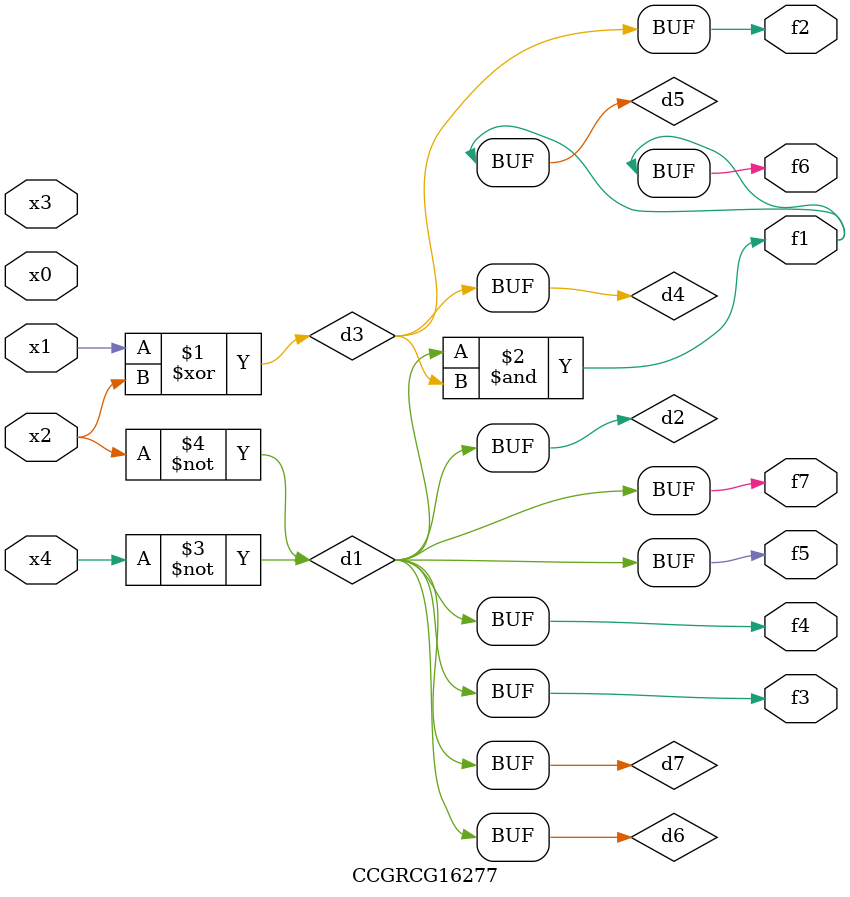
<source format=v>
module CCGRCG16277(
	input x0, x1, x2, x3, x4,
	output f1, f2, f3, f4, f5, f6, f7
);

	wire d1, d2, d3, d4, d5, d6, d7;

	not (d1, x4);
	not (d2, x2);
	xor (d3, x1, x2);
	buf (d4, d3);
	and (d5, d1, d3);
	buf (d6, d1, d2);
	buf (d7, d2);
	assign f1 = d5;
	assign f2 = d4;
	assign f3 = d7;
	assign f4 = d7;
	assign f5 = d7;
	assign f6 = d5;
	assign f7 = d7;
endmodule

</source>
